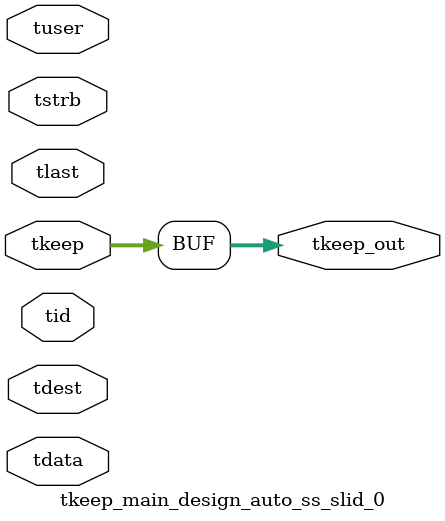
<source format=v>


`timescale 1ps/1ps

module tkeep_main_design_auto_ss_slid_0 #
(
parameter C_S_AXIS_TDATA_WIDTH = 32,
parameter C_S_AXIS_TUSER_WIDTH = 0,
parameter C_S_AXIS_TID_WIDTH   = 0,
parameter C_S_AXIS_TDEST_WIDTH = 0,
parameter C_M_AXIS_TDATA_WIDTH = 32
)
(
input  [(C_S_AXIS_TDATA_WIDTH == 0 ? 1 : C_S_AXIS_TDATA_WIDTH)-1:0     ] tdata,
input  [(C_S_AXIS_TUSER_WIDTH == 0 ? 1 : C_S_AXIS_TUSER_WIDTH)-1:0     ] tuser,
input  [(C_S_AXIS_TID_WIDTH   == 0 ? 1 : C_S_AXIS_TID_WIDTH)-1:0       ] tid,
input  [(C_S_AXIS_TDEST_WIDTH == 0 ? 1 : C_S_AXIS_TDEST_WIDTH)-1:0     ] tdest,
input  [(C_S_AXIS_TDATA_WIDTH/8)-1:0 ] tkeep,
input  [(C_S_AXIS_TDATA_WIDTH/8)-1:0 ] tstrb,
input                                                                    tlast,
output [(C_M_AXIS_TDATA_WIDTH/8)-1:0 ] tkeep_out
);

assign tkeep_out = {tkeep[3:0]};

endmodule


</source>
